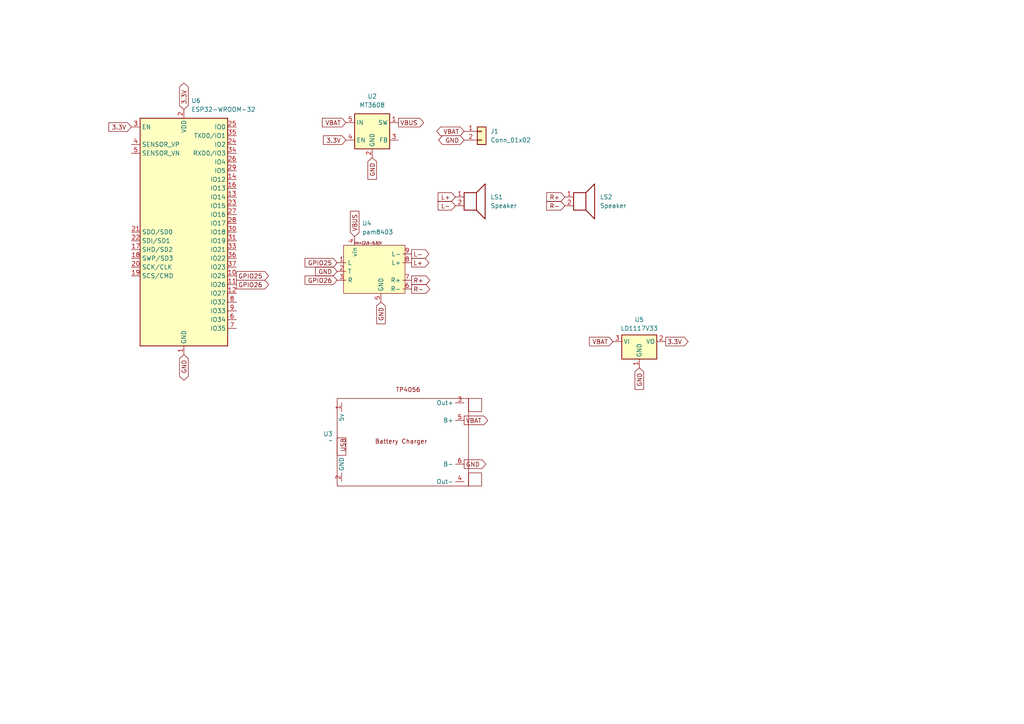
<source format=kicad_sch>
(kicad_sch
	(version 20250114)
	(generator "eeschema")
	(generator_version "9.0")
	(uuid "3f34c9ad-9a76-453a-90ad-a1362cb58c2b")
	(paper "A4")
	(lib_symbols
		(symbol "Connector_Generic:Conn_01x02"
			(pin_names
				(offset 1.016)
				(hide yes)
			)
			(exclude_from_sim no)
			(in_bom yes)
			(on_board yes)
			(property "Reference" "J"
				(at 0 2.54 0)
				(effects
					(font
						(size 1.27 1.27)
					)
				)
			)
			(property "Value" "Conn_01x02"
				(at 0 -5.08 0)
				(effects
					(font
						(size 1.27 1.27)
					)
				)
			)
			(property "Footprint" ""
				(at 0 0 0)
				(effects
					(font
						(size 1.27 1.27)
					)
					(hide yes)
				)
			)
			(property "Datasheet" "~"
				(at 0 0 0)
				(effects
					(font
						(size 1.27 1.27)
					)
					(hide yes)
				)
			)
			(property "Description" "Generic connector, single row, 01x02, script generated (kicad-library-utils/schlib/autogen/connector/)"
				(at 0 0 0)
				(effects
					(font
						(size 1.27 1.27)
					)
					(hide yes)
				)
			)
			(property "ki_keywords" "connector"
				(at 0 0 0)
				(effects
					(font
						(size 1.27 1.27)
					)
					(hide yes)
				)
			)
			(property "ki_fp_filters" "Connector*:*_1x??_*"
				(at 0 0 0)
				(effects
					(font
						(size 1.27 1.27)
					)
					(hide yes)
				)
			)
			(symbol "Conn_01x02_1_1"
				(rectangle
					(start -1.27 1.27)
					(end 1.27 -3.81)
					(stroke
						(width 0.254)
						(type default)
					)
					(fill
						(type background)
					)
				)
				(rectangle
					(start -1.27 0.127)
					(end 0 -0.127)
					(stroke
						(width 0.1524)
						(type default)
					)
					(fill
						(type none)
					)
				)
				(rectangle
					(start -1.27 -2.413)
					(end 0 -2.667)
					(stroke
						(width 0.1524)
						(type default)
					)
					(fill
						(type none)
					)
				)
				(pin passive line
					(at -5.08 0 0)
					(length 3.81)
					(name "Pin_1"
						(effects
							(font
								(size 1.27 1.27)
							)
						)
					)
					(number "1"
						(effects
							(font
								(size 1.27 1.27)
							)
						)
					)
				)
				(pin passive line
					(at -5.08 -2.54 0)
					(length 3.81)
					(name "Pin_2"
						(effects
							(font
								(size 1.27 1.27)
							)
						)
					)
					(number "2"
						(effects
							(font
								(size 1.27 1.27)
							)
						)
					)
				)
			)
			(embedded_fonts no)
		)
		(symbol "Device:Speaker"
			(pin_names
				(offset 0)
				(hide yes)
			)
			(exclude_from_sim no)
			(in_bom yes)
			(on_board yes)
			(property "Reference" "LS"
				(at 1.27 5.715 0)
				(effects
					(font
						(size 1.27 1.27)
					)
					(justify right)
				)
			)
			(property "Value" "Speaker"
				(at 1.27 3.81 0)
				(effects
					(font
						(size 1.27 1.27)
					)
					(justify right)
				)
			)
			(property "Footprint" ""
				(at 0 -5.08 0)
				(effects
					(font
						(size 1.27 1.27)
					)
					(hide yes)
				)
			)
			(property "Datasheet" "~"
				(at -0.254 -1.27 0)
				(effects
					(font
						(size 1.27 1.27)
					)
					(hide yes)
				)
			)
			(property "Description" "Speaker"
				(at 0 0 0)
				(effects
					(font
						(size 1.27 1.27)
					)
					(hide yes)
				)
			)
			(property "ki_keywords" "speaker sound"
				(at 0 0 0)
				(effects
					(font
						(size 1.27 1.27)
					)
					(hide yes)
				)
			)
			(symbol "Speaker_0_0"
				(rectangle
					(start -2.54 1.27)
					(end 1.016 -3.81)
					(stroke
						(width 0.254)
						(type default)
					)
					(fill
						(type none)
					)
				)
				(polyline
					(pts
						(xy 1.016 1.27) (xy 3.556 3.81) (xy 3.556 -6.35) (xy 1.016 -3.81)
					)
					(stroke
						(width 0.254)
						(type default)
					)
					(fill
						(type none)
					)
				)
			)
			(symbol "Speaker_1_1"
				(pin input line
					(at -5.08 0 0)
					(length 2.54)
					(name "1"
						(effects
							(font
								(size 1.27 1.27)
							)
						)
					)
					(number "1"
						(effects
							(font
								(size 1.27 1.27)
							)
						)
					)
				)
				(pin input line
					(at -5.08 -2.54 0)
					(length 2.54)
					(name "2"
						(effects
							(font
								(size 1.27 1.27)
							)
						)
					)
					(number "2"
						(effects
							(font
								(size 1.27 1.27)
							)
						)
					)
				)
			)
			(embedded_fonts no)
		)
		(symbol "RF_Module:ESP32-WROOM-32"
			(exclude_from_sim no)
			(in_bom yes)
			(on_board yes)
			(property "Reference" "U"
				(at -12.7 34.29 0)
				(effects
					(font
						(size 1.27 1.27)
					)
					(justify left)
				)
			)
			(property "Value" "ESP32-WROOM-32"
				(at 1.27 34.29 0)
				(effects
					(font
						(size 1.27 1.27)
					)
					(justify left)
				)
			)
			(property "Footprint" "RF_Module:ESP32-WROOM-32"
				(at 0 -38.1 0)
				(effects
					(font
						(size 1.27 1.27)
					)
					(hide yes)
				)
			)
			(property "Datasheet" "https://www.espressif.com/sites/default/files/documentation/esp32-wroom-32_datasheet_en.pdf"
				(at -7.62 1.27 0)
				(effects
					(font
						(size 1.27 1.27)
					)
					(hide yes)
				)
			)
			(property "Description" "RF Module, ESP32-D0WDQ6 SoC, Wi-Fi 802.11b/g/n, Bluetooth, BLE, 32-bit, 2.7-3.6V, onboard antenna, SMD"
				(at 0 0 0)
				(effects
					(font
						(size 1.27 1.27)
					)
					(hide yes)
				)
			)
			(property "ki_keywords" "RF Radio BT ESP ESP32 Espressif onboard PCB antenna"
				(at 0 0 0)
				(effects
					(font
						(size 1.27 1.27)
					)
					(hide yes)
				)
			)
			(property "ki_fp_filters" "ESP32?WROOM?32*"
				(at 0 0 0)
				(effects
					(font
						(size 1.27 1.27)
					)
					(hide yes)
				)
			)
			(symbol "ESP32-WROOM-32_0_1"
				(rectangle
					(start -12.7 33.02)
					(end 12.7 -33.02)
					(stroke
						(width 0.254)
						(type default)
					)
					(fill
						(type background)
					)
				)
			)
			(symbol "ESP32-WROOM-32_1_1"
				(pin input line
					(at -15.24 30.48 0)
					(length 2.54)
					(name "EN"
						(effects
							(font
								(size 1.27 1.27)
							)
						)
					)
					(number "3"
						(effects
							(font
								(size 1.27 1.27)
							)
						)
					)
				)
				(pin input line
					(at -15.24 25.4 0)
					(length 2.54)
					(name "SENSOR_VP"
						(effects
							(font
								(size 1.27 1.27)
							)
						)
					)
					(number "4"
						(effects
							(font
								(size 1.27 1.27)
							)
						)
					)
				)
				(pin input line
					(at -15.24 22.86 0)
					(length 2.54)
					(name "SENSOR_VN"
						(effects
							(font
								(size 1.27 1.27)
							)
						)
					)
					(number "5"
						(effects
							(font
								(size 1.27 1.27)
							)
						)
					)
				)
				(pin bidirectional line
					(at -15.24 0 0)
					(length 2.54)
					(name "SDO/SD0"
						(effects
							(font
								(size 1.27 1.27)
							)
						)
					)
					(number "21"
						(effects
							(font
								(size 1.27 1.27)
							)
						)
					)
				)
				(pin bidirectional line
					(at -15.24 -2.54 0)
					(length 2.54)
					(name "SDI/SD1"
						(effects
							(font
								(size 1.27 1.27)
							)
						)
					)
					(number "22"
						(effects
							(font
								(size 1.27 1.27)
							)
						)
					)
				)
				(pin bidirectional line
					(at -15.24 -5.08 0)
					(length 2.54)
					(name "SHD/SD2"
						(effects
							(font
								(size 1.27 1.27)
							)
						)
					)
					(number "17"
						(effects
							(font
								(size 1.27 1.27)
							)
						)
					)
				)
				(pin bidirectional line
					(at -15.24 -7.62 0)
					(length 2.54)
					(name "SWP/SD3"
						(effects
							(font
								(size 1.27 1.27)
							)
						)
					)
					(number "18"
						(effects
							(font
								(size 1.27 1.27)
							)
						)
					)
				)
				(pin bidirectional line
					(at -15.24 -10.16 0)
					(length 2.54)
					(name "SCK/CLK"
						(effects
							(font
								(size 1.27 1.27)
							)
						)
					)
					(number "20"
						(effects
							(font
								(size 1.27 1.27)
							)
						)
					)
				)
				(pin bidirectional line
					(at -15.24 -12.7 0)
					(length 2.54)
					(name "SCS/CMD"
						(effects
							(font
								(size 1.27 1.27)
							)
						)
					)
					(number "19"
						(effects
							(font
								(size 1.27 1.27)
							)
						)
					)
				)
				(pin no_connect line
					(at -12.7 -27.94 0)
					(length 2.54)
					(hide yes)
					(name "NC"
						(effects
							(font
								(size 1.27 1.27)
							)
						)
					)
					(number "32"
						(effects
							(font
								(size 1.27 1.27)
							)
						)
					)
				)
				(pin power_in line
					(at 0 35.56 270)
					(length 2.54)
					(name "VDD"
						(effects
							(font
								(size 1.27 1.27)
							)
						)
					)
					(number "2"
						(effects
							(font
								(size 1.27 1.27)
							)
						)
					)
				)
				(pin power_in line
					(at 0 -35.56 90)
					(length 2.54)
					(name "GND"
						(effects
							(font
								(size 1.27 1.27)
							)
						)
					)
					(number "1"
						(effects
							(font
								(size 1.27 1.27)
							)
						)
					)
				)
				(pin passive line
					(at 0 -35.56 90)
					(length 2.54)
					(hide yes)
					(name "GND"
						(effects
							(font
								(size 1.27 1.27)
							)
						)
					)
					(number "15"
						(effects
							(font
								(size 1.27 1.27)
							)
						)
					)
				)
				(pin passive line
					(at 0 -35.56 90)
					(length 2.54)
					(hide yes)
					(name "GND"
						(effects
							(font
								(size 1.27 1.27)
							)
						)
					)
					(number "38"
						(effects
							(font
								(size 1.27 1.27)
							)
						)
					)
				)
				(pin passive line
					(at 0 -35.56 90)
					(length 2.54)
					(hide yes)
					(name "GND"
						(effects
							(font
								(size 1.27 1.27)
							)
						)
					)
					(number "39"
						(effects
							(font
								(size 1.27 1.27)
							)
						)
					)
				)
				(pin bidirectional line
					(at 15.24 30.48 180)
					(length 2.54)
					(name "IO0"
						(effects
							(font
								(size 1.27 1.27)
							)
						)
					)
					(number "25"
						(effects
							(font
								(size 1.27 1.27)
							)
						)
					)
				)
				(pin bidirectional line
					(at 15.24 27.94 180)
					(length 2.54)
					(name "TXD0/IO1"
						(effects
							(font
								(size 1.27 1.27)
							)
						)
					)
					(number "35"
						(effects
							(font
								(size 1.27 1.27)
							)
						)
					)
				)
				(pin bidirectional line
					(at 15.24 25.4 180)
					(length 2.54)
					(name "IO2"
						(effects
							(font
								(size 1.27 1.27)
							)
						)
					)
					(number "24"
						(effects
							(font
								(size 1.27 1.27)
							)
						)
					)
				)
				(pin bidirectional line
					(at 15.24 22.86 180)
					(length 2.54)
					(name "RXD0/IO3"
						(effects
							(font
								(size 1.27 1.27)
							)
						)
					)
					(number "34"
						(effects
							(font
								(size 1.27 1.27)
							)
						)
					)
				)
				(pin bidirectional line
					(at 15.24 20.32 180)
					(length 2.54)
					(name "IO4"
						(effects
							(font
								(size 1.27 1.27)
							)
						)
					)
					(number "26"
						(effects
							(font
								(size 1.27 1.27)
							)
						)
					)
				)
				(pin bidirectional line
					(at 15.24 17.78 180)
					(length 2.54)
					(name "IO5"
						(effects
							(font
								(size 1.27 1.27)
							)
						)
					)
					(number "29"
						(effects
							(font
								(size 1.27 1.27)
							)
						)
					)
				)
				(pin bidirectional line
					(at 15.24 15.24 180)
					(length 2.54)
					(name "IO12"
						(effects
							(font
								(size 1.27 1.27)
							)
						)
					)
					(number "14"
						(effects
							(font
								(size 1.27 1.27)
							)
						)
					)
				)
				(pin bidirectional line
					(at 15.24 12.7 180)
					(length 2.54)
					(name "IO13"
						(effects
							(font
								(size 1.27 1.27)
							)
						)
					)
					(number "16"
						(effects
							(font
								(size 1.27 1.27)
							)
						)
					)
				)
				(pin bidirectional line
					(at 15.24 10.16 180)
					(length 2.54)
					(name "IO14"
						(effects
							(font
								(size 1.27 1.27)
							)
						)
					)
					(number "13"
						(effects
							(font
								(size 1.27 1.27)
							)
						)
					)
				)
				(pin bidirectional line
					(at 15.24 7.62 180)
					(length 2.54)
					(name "IO15"
						(effects
							(font
								(size 1.27 1.27)
							)
						)
					)
					(number "23"
						(effects
							(font
								(size 1.27 1.27)
							)
						)
					)
				)
				(pin bidirectional line
					(at 15.24 5.08 180)
					(length 2.54)
					(name "IO16"
						(effects
							(font
								(size 1.27 1.27)
							)
						)
					)
					(number "27"
						(effects
							(font
								(size 1.27 1.27)
							)
						)
					)
				)
				(pin bidirectional line
					(at 15.24 2.54 180)
					(length 2.54)
					(name "IO17"
						(effects
							(font
								(size 1.27 1.27)
							)
						)
					)
					(number "28"
						(effects
							(font
								(size 1.27 1.27)
							)
						)
					)
				)
				(pin bidirectional line
					(at 15.24 0 180)
					(length 2.54)
					(name "IO18"
						(effects
							(font
								(size 1.27 1.27)
							)
						)
					)
					(number "30"
						(effects
							(font
								(size 1.27 1.27)
							)
						)
					)
				)
				(pin bidirectional line
					(at 15.24 -2.54 180)
					(length 2.54)
					(name "IO19"
						(effects
							(font
								(size 1.27 1.27)
							)
						)
					)
					(number "31"
						(effects
							(font
								(size 1.27 1.27)
							)
						)
					)
				)
				(pin bidirectional line
					(at 15.24 -5.08 180)
					(length 2.54)
					(name "IO21"
						(effects
							(font
								(size 1.27 1.27)
							)
						)
					)
					(number "33"
						(effects
							(font
								(size 1.27 1.27)
							)
						)
					)
				)
				(pin bidirectional line
					(at 15.24 -7.62 180)
					(length 2.54)
					(name "IO22"
						(effects
							(font
								(size 1.27 1.27)
							)
						)
					)
					(number "36"
						(effects
							(font
								(size 1.27 1.27)
							)
						)
					)
				)
				(pin bidirectional line
					(at 15.24 -10.16 180)
					(length 2.54)
					(name "IO23"
						(effects
							(font
								(size 1.27 1.27)
							)
						)
					)
					(number "37"
						(effects
							(font
								(size 1.27 1.27)
							)
						)
					)
				)
				(pin bidirectional line
					(at 15.24 -12.7 180)
					(length 2.54)
					(name "IO25"
						(effects
							(font
								(size 1.27 1.27)
							)
						)
					)
					(number "10"
						(effects
							(font
								(size 1.27 1.27)
							)
						)
					)
				)
				(pin bidirectional line
					(at 15.24 -15.24 180)
					(length 2.54)
					(name "IO26"
						(effects
							(font
								(size 1.27 1.27)
							)
						)
					)
					(number "11"
						(effects
							(font
								(size 1.27 1.27)
							)
						)
					)
				)
				(pin bidirectional line
					(at 15.24 -17.78 180)
					(length 2.54)
					(name "IO27"
						(effects
							(font
								(size 1.27 1.27)
							)
						)
					)
					(number "12"
						(effects
							(font
								(size 1.27 1.27)
							)
						)
					)
				)
				(pin bidirectional line
					(at 15.24 -20.32 180)
					(length 2.54)
					(name "IO32"
						(effects
							(font
								(size 1.27 1.27)
							)
						)
					)
					(number "8"
						(effects
							(font
								(size 1.27 1.27)
							)
						)
					)
				)
				(pin bidirectional line
					(at 15.24 -22.86 180)
					(length 2.54)
					(name "IO33"
						(effects
							(font
								(size 1.27 1.27)
							)
						)
					)
					(number "9"
						(effects
							(font
								(size 1.27 1.27)
							)
						)
					)
				)
				(pin input line
					(at 15.24 -25.4 180)
					(length 2.54)
					(name "IO34"
						(effects
							(font
								(size 1.27 1.27)
							)
						)
					)
					(number "6"
						(effects
							(font
								(size 1.27 1.27)
							)
						)
					)
				)
				(pin input line
					(at 15.24 -27.94 180)
					(length 2.54)
					(name "IO35"
						(effects
							(font
								(size 1.27 1.27)
							)
						)
					)
					(number "7"
						(effects
							(font
								(size 1.27 1.27)
							)
						)
					)
				)
			)
			(embedded_fonts no)
		)
		(symbol "Regulator_Linear:LD1117V33"
			(exclude_from_sim no)
			(in_bom yes)
			(on_board yes)
			(property "Reference" "U"
				(at -3.81 3.175 0)
				(effects
					(font
						(size 1.27 1.27)
					)
				)
			)
			(property "Value" "LD1117V33"
				(at 0 3.175 0)
				(effects
					(font
						(size 1.27 1.27)
					)
					(justify left)
				)
			)
			(property "Footprint" "Package_TO_SOT_THT:TO-220-3_Vertical"
				(at 0 5.08 0)
				(effects
					(font
						(size 1.27 1.27)
					)
					(hide yes)
				)
			)
			(property "Datasheet" "https://www.st.com/resource/en/datasheet/ld1117.pdf"
				(at 2.54 -6.35 0)
				(effects
					(font
						(size 1.27 1.27)
					)
					(hide yes)
				)
			)
			(property "Description" "800 mA Fixed Low Drop Positive Voltage Regulator (ldo). Max input 15V. Fixed Output 3.3V. TO-220-3"
				(at 0 0 0)
				(effects
					(font
						(size 1.27 1.27)
					)
					(hide yes)
				)
			)
			(property "ki_keywords" "low-dropout-regulator ldo"
				(at 0 0 0)
				(effects
					(font
						(size 1.27 1.27)
					)
					(hide yes)
				)
			)
			(property "ki_fp_filters" "*TO?220*"
				(at 0 0 0)
				(effects
					(font
						(size 1.27 1.27)
					)
					(hide yes)
				)
			)
			(symbol "LD1117V33_0_1"
				(rectangle
					(start -5.08 -5.08)
					(end 5.08 1.905)
					(stroke
						(width 0.254)
						(type default)
					)
					(fill
						(type background)
					)
				)
			)
			(symbol "LD1117V33_1_1"
				(pin power_in line
					(at -7.62 0 0)
					(length 2.54)
					(name "VI"
						(effects
							(font
								(size 1.27 1.27)
							)
						)
					)
					(number "3"
						(effects
							(font
								(size 1.27 1.27)
							)
						)
					)
				)
				(pin power_in line
					(at 0 -7.62 90)
					(length 2.54)
					(name "GND"
						(effects
							(font
								(size 1.27 1.27)
							)
						)
					)
					(number "1"
						(effects
							(font
								(size 1.27 1.27)
							)
						)
					)
				)
				(pin power_out line
					(at 7.62 0 180)
					(length 2.54)
					(name "VO"
						(effects
							(font
								(size 1.27 1.27)
							)
						)
					)
					(number "2"
						(effects
							(font
								(size 1.27 1.27)
							)
						)
					)
				)
			)
			(embedded_fonts no)
		)
		(symbol "Regulator_Switching:MT3608"
			(exclude_from_sim no)
			(in_bom yes)
			(on_board yes)
			(property "Reference" "U"
				(at -2.54 8.89 0)
				(effects
					(font
						(size 1.27 1.27)
					)
					(justify left)
				)
			)
			(property "Value" "MT3608"
				(at -3.81 6.35 0)
				(effects
					(font
						(size 1.27 1.27)
					)
					(justify left)
				)
			)
			(property "Footprint" "Package_TO_SOT_SMD:SOT-23-6"
				(at 1.27 -6.35 0)
				(effects
					(font
						(size 1.27 1.27)
						(italic yes)
					)
					(justify left)
					(hide yes)
				)
			)
			(property "Datasheet" "https://www.olimex.com/Products/Breadboarding/BB-PWR-3608/resources/MT3608.pdf"
				(at -6.35 11.43 0)
				(effects
					(font
						(size 1.27 1.27)
					)
					(hide yes)
				)
			)
			(property "Description" "High Efficiency 1.2MHz 2A Step Up Converter, 2-24V Vin, 28V Vout, 4A current limit, 1.2MHz, SOT23-6"
				(at 0 0 0)
				(effects
					(font
						(size 1.27 1.27)
					)
					(hide yes)
				)
			)
			(property "ki_keywords" "Step-Up Boost DC-DC Regulator Adjustable"
				(at 0 0 0)
				(effects
					(font
						(size 1.27 1.27)
					)
					(hide yes)
				)
			)
			(property "ki_fp_filters" "SOT*23*"
				(at 0 0 0)
				(effects
					(font
						(size 1.27 1.27)
					)
					(hide yes)
				)
			)
			(symbol "MT3608_0_1"
				(rectangle
					(start -5.08 5.08)
					(end 5.08 -5.08)
					(stroke
						(width 0.254)
						(type default)
					)
					(fill
						(type background)
					)
				)
			)
			(symbol "MT3608_1_1"
				(pin power_in line
					(at -7.62 2.54 0)
					(length 2.54)
					(name "IN"
						(effects
							(font
								(size 1.27 1.27)
							)
						)
					)
					(number "5"
						(effects
							(font
								(size 1.27 1.27)
							)
						)
					)
				)
				(pin input line
					(at -7.62 -2.54 0)
					(length 2.54)
					(name "EN"
						(effects
							(font
								(size 1.27 1.27)
							)
						)
					)
					(number "4"
						(effects
							(font
								(size 1.27 1.27)
							)
						)
					)
				)
				(pin power_in line
					(at 0 -7.62 90)
					(length 2.54)
					(name "GND"
						(effects
							(font
								(size 1.27 1.27)
							)
						)
					)
					(number "2"
						(effects
							(font
								(size 1.27 1.27)
							)
						)
					)
				)
				(pin no_connect line
					(at 5.08 0 180)
					(length 2.54)
					(hide yes)
					(name "NC"
						(effects
							(font
								(size 1.27 1.27)
							)
						)
					)
					(number "6"
						(effects
							(font
								(size 1.27 1.27)
							)
						)
					)
				)
				(pin passive line
					(at 7.62 2.54 180)
					(length 2.54)
					(name "SW"
						(effects
							(font
								(size 1.27 1.27)
							)
						)
					)
					(number "1"
						(effects
							(font
								(size 1.27 1.27)
							)
						)
					)
				)
				(pin input line
					(at 7.62 -2.54 180)
					(length 2.54)
					(name "FB"
						(effects
							(font
								(size 1.27 1.27)
							)
						)
					)
					(number "3"
						(effects
							(font
								(size 1.27 1.27)
							)
						)
					)
				)
			)
			(embedded_fonts no)
		)
		(symbol "TP4056:TP4056"
			(exclude_from_sim no)
			(in_bom yes)
			(on_board yes)
			(property "Reference" "U"
				(at 0 0 0)
				(effects
					(font
						(size 1.27 1.27)
					)
				)
			)
			(property "Value" ""
				(at 0 0 0)
				(effects
					(font
						(size 1.27 1.27)
					)
				)
			)
			(property "Footprint" ""
				(at 0 0 0)
				(effects
					(font
						(size 1.27 1.27)
					)
					(hide yes)
				)
			)
			(property "Datasheet" ""
				(at 0 0 0)
				(effects
					(font
						(size 1.27 1.27)
					)
					(hide yes)
				)
			)
			(property "Description" ""
				(at 0 0 0)
				(effects
					(font
						(size 1.27 1.27)
					)
					(hide yes)
				)
			)
			(symbol "TP4056_0_1"
				(rectangle
					(start -16.51 -8.89)
					(end 21.59 -34.29)
					(stroke
						(width 0)
						(type default)
					)
					(fill
						(type none)
					)
				)
				(rectangle
					(start 21.59 -8.89)
					(end 25.4 -12.7)
					(stroke
						(width 0)
						(type default)
					)
					(fill
						(type none)
					)
				)
				(rectangle
					(start 21.59 -30.48)
					(end 25.4 -34.29)
					(stroke
						(width 0)
						(type default)
					)
					(fill
						(type none)
					)
				)
			)
			(symbol "TP4056_1_1"
				(text "Battery Charger"
					(at 2.032 -21.336 0)
					(effects
						(font
							(size 1.27 1.27)
						)
					)
				)
				(text "TP4056"
					(at 4.064 -6.35 0)
					(effects
						(font
							(size 1.27 1.27)
						)
					)
				)
				(text_box "USB"
					(at -16.51 -20.32 90)
					(size 2.54 -5.08)
					(margins 1.016 1.016 1.016 1.016)
					(stroke
						(width 0)
						(type solid)
					)
					(fill
						(type none)
					)
					(effects
						(font
							(size 1.27 1.27)
						)
						(justify left top)
					)
				)
				(pin power_in line
					(at -15.24 -10.16 270)
					(length 2.54)
					(name "5v"
						(effects
							(font
								(size 1.27 1.27)
							)
						)
					)
					(number "1"
						(effects
							(font
								(size 1.27 1.27)
							)
						)
					)
				)
				(pin power_in line
					(at -15.24 -33.02 90)
					(length 2.54)
					(name "GND"
						(effects
							(font
								(size 1.27 1.27)
							)
						)
					)
					(number "2"
						(effects
							(font
								(size 1.27 1.27)
							)
						)
					)
				)
				(pin output line
					(at 20.32 -10.16 180)
					(length 2.54)
					(name "Out+"
						(effects
							(font
								(size 1.27 1.27)
							)
						)
					)
					(number "3"
						(effects
							(font
								(size 1.27 1.27)
							)
						)
					)
				)
				(pin output line
					(at 20.32 -15.24 180)
					(length 2.54)
					(name "B+"
						(effects
							(font
								(size 1.27 1.27)
							)
						)
					)
					(number "5"
						(effects
							(font
								(size 1.27 1.27)
							)
						)
					)
				)
				(pin output line
					(at 20.32 -27.94 180)
					(length 2.54)
					(name "B-"
						(effects
							(font
								(size 1.27 1.27)
							)
						)
					)
					(number "6"
						(effects
							(font
								(size 1.27 1.27)
							)
						)
					)
				)
				(pin output line
					(at 20.32 -33.02 180)
					(length 2.54)
					(name "Out-"
						(effects
							(font
								(size 1.27 1.27)
							)
						)
					)
					(number "4"
						(effects
							(font
								(size 1.27 1.27)
							)
						)
					)
				)
			)
			(embedded_fonts no)
		)
		(symbol "pam8403_1"
			(exclude_from_sim no)
			(in_bom yes)
			(on_board yes)
			(property "Reference" "U?"
				(at -3.6956 13.97 0)
				(effects
					(font
						(size 1.27 1.27)
					)
					(justify left)
				)
			)
			(property "Value" "pam8403"
				(at -3.6956 11.43 0)
				(effects
					(font
						(size 1.27 1.27)
					)
					(justify left)
				)
			)
			(property "Footprint" ""
				(at -0.635 -1.905 0)
				(effects
					(font
						(size 1.27 1.27)
					)
					(hide yes)
				)
			)
			(property "Datasheet" ""
				(at -0.635 -1.905 0)
				(effects
					(font
						(size 1.27 1.27)
					)
					(hide yes)
				)
			)
			(property "Description" ""
				(at 0 0 0)
				(effects
					(font
						(size 1.27 1.27)
					)
					(hide yes)
				)
			)
			(symbol "pam8403_1_0_0"
				(rectangle
					(start -8.255 7.62)
					(end 9.525 -6.35)
					(stroke
						(width 0)
						(type default)
					)
					(fill
						(type background)
					)
				)
				(text "vin=[2.5-5.5]V"
					(at -1.27 8.255 0)
					(effects
						(font
							(size 0.7 0.7)
						)
					)
				)
			)
			(symbol "pam8403_1_1_1"
				(pin input line
					(at -10.16 2.54 0)
					(length 2.54)
					(name "L"
						(effects
							(font
								(size 1.27 1.27)
							)
						)
					)
					(number "1"
						(effects
							(font
								(size 1.27 1.27)
							)
						)
					)
				)
				(pin input line
					(at -10.16 0 0)
					(length 2.54)
					(name "T"
						(effects
							(font
								(size 1.27 1.27)
							)
						)
					)
					(number "2"
						(effects
							(font
								(size 1.27 1.27)
							)
						)
					)
				)
				(pin input line
					(at -10.16 -2.54 0)
					(length 2.54)
					(name "R"
						(effects
							(font
								(size 1.27 1.27)
							)
						)
					)
					(number "3"
						(effects
							(font
								(size 1.27 1.27)
							)
						)
					)
				)
				(pin power_in line
					(at -5.08 10.16 270)
					(length 2.54)
					(name "vin"
						(effects
							(font
								(size 1.27 1.27)
							)
						)
					)
					(number "4"
						(effects
							(font
								(size 1.27 1.27)
							)
						)
					)
				)
				(pin power_in line
					(at 2.54 -8.89 90)
					(length 2.54)
					(name "GND"
						(effects
							(font
								(size 1.27 1.27)
							)
						)
					)
					(number "5"
						(effects
							(font
								(size 1.27 1.27)
							)
						)
					)
				)
				(pin output line
					(at 11.43 5.08 180)
					(length 2.54)
					(name "L-"
						(effects
							(font
								(size 1.27 1.27)
							)
						)
					)
					(number "9"
						(effects
							(font
								(size 1.27 1.27)
							)
						)
					)
				)
				(pin output line
					(at 11.43 2.54 180)
					(length 2.54)
					(name "L+"
						(effects
							(font
								(size 1.27 1.27)
							)
						)
					)
					(number "8"
						(effects
							(font
								(size 1.27 1.27)
							)
						)
					)
				)
				(pin output line
					(at 11.43 -2.54 180)
					(length 2.54)
					(name "R+"
						(effects
							(font
								(size 1.27 1.27)
							)
						)
					)
					(number "7"
						(effects
							(font
								(size 1.27 1.27)
							)
						)
					)
				)
				(pin output line
					(at 11.43 -5.08 180)
					(length 2.54)
					(name "R-"
						(effects
							(font
								(size 1.27 1.27)
							)
						)
					)
					(number "6"
						(effects
							(font
								(size 1.27 1.27)
							)
						)
					)
				)
			)
			(embedded_fonts no)
		)
	)
	(global_label "GPIO26"
		(shape input)
		(at 97.79 81.28 180)
		(fields_autoplaced yes)
		(effects
			(font
				(size 1.27 1.27)
			)
			(justify right)
		)
		(uuid "004a4bb7-ddf0-49bf-a51c-a08b56bc4d1c")
		(property "Intersheetrefs" "${INTERSHEET_REFS}"
			(at 87.9105 81.28 0)
			(effects
				(font
					(size 1.27 1.27)
				)
				(justify right)
				(hide yes)
			)
		)
	)
	(global_label "VBAT"
		(shape input)
		(at 177.8 99.06 180)
		(fields_autoplaced yes)
		(effects
			(font
				(size 1.27 1.27)
			)
			(justify right)
		)
		(uuid "08b2854c-7a04-4696-8b56-0048f6f77273")
		(property "Intersheetrefs" "${INTERSHEET_REFS}"
			(at 170.4 99.06 0)
			(effects
				(font
					(size 1.27 1.27)
				)
				(justify right)
				(hide yes)
			)
		)
	)
	(global_label "R-"
		(shape output)
		(at 119.38 83.82 0)
		(fields_autoplaced yes)
		(effects
			(font
				(size 1.27 1.27)
			)
			(justify left)
		)
		(uuid "0902d98b-f421-474b-a52e-7cb90b713386")
		(property "Intersheetrefs" "${INTERSHEET_REFS}"
			(at 125.2076 83.82 0)
			(effects
				(font
					(size 1.27 1.27)
				)
				(justify left)
				(hide yes)
			)
		)
	)
	(global_label "R-"
		(shape input)
		(at 163.83 59.69 180)
		(fields_autoplaced yes)
		(effects
			(font
				(size 1.27 1.27)
			)
			(justify right)
		)
		(uuid "0aa0a58b-1739-45fe-83b1-5e599a079540")
		(property "Intersheetrefs" "${INTERSHEET_REFS}"
			(at 158.0024 59.69 0)
			(effects
				(font
					(size 1.27 1.27)
				)
				(justify right)
				(hide yes)
			)
		)
	)
	(global_label "GPIO25"
		(shape input)
		(at 97.79 76.2 180)
		(fields_autoplaced yes)
		(effects
			(font
				(size 1.27 1.27)
			)
			(justify right)
		)
		(uuid "0c592ab1-9a42-4846-b3e0-4e6bb7d43b7d")
		(property "Intersheetrefs" "${INTERSHEET_REFS}"
			(at 87.9105 76.2 0)
			(effects
				(font
					(size 1.27 1.27)
				)
				(justify right)
				(hide yes)
			)
		)
	)
	(global_label "GPIO25"
		(shape output)
		(at 68.58 80.01 0)
		(fields_autoplaced yes)
		(effects
			(font
				(size 1.27 1.27)
			)
			(justify left)
		)
		(uuid "1107ed22-d149-43db-a51f-0cd609f9d3e8")
		(property "Intersheetrefs" "${INTERSHEET_REFS}"
			(at 78.4595 80.01 0)
			(effects
				(font
					(size 1.27 1.27)
				)
				(justify left)
				(hide yes)
			)
		)
	)
	(global_label "L+"
		(shape output)
		(at 119.38 76.2 0)
		(fields_autoplaced yes)
		(effects
			(font
				(size 1.27 1.27)
			)
			(justify left)
		)
		(uuid "14a86874-675e-4a88-bd67-f78d74cfe04d")
		(property "Intersheetrefs" "${INTERSHEET_REFS}"
			(at 124.9657 76.2 0)
			(effects
				(font
					(size 1.27 1.27)
				)
				(justify left)
				(hide yes)
			)
		)
	)
	(global_label "GND"
		(shape input)
		(at 97.79 78.74 180)
		(fields_autoplaced yes)
		(effects
			(font
				(size 1.27 1.27)
			)
			(justify right)
		)
		(uuid "2665f6af-a74f-40eb-b1d8-701cb825a0d5")
		(property "Intersheetrefs" "${INTERSHEET_REFS}"
			(at 90.9343 78.74 0)
			(effects
				(font
					(size 1.27 1.27)
				)
				(justify right)
				(hide yes)
			)
		)
	)
	(global_label "VBUS"
		(shape output)
		(at 115.57 35.56 0)
		(fields_autoplaced yes)
		(effects
			(font
				(size 1.27 1.27)
			)
			(justify left)
		)
		(uuid "3b861977-d155-4074-879e-0ac6b5d9d5d2")
		(property "Intersheetrefs" "${INTERSHEET_REFS}"
			(at 123.4538 35.56 0)
			(effects
				(font
					(size 1.27 1.27)
				)
				(justify left)
				(hide yes)
			)
		)
	)
	(global_label "3.3V"
		(shape input)
		(at 100.33 40.64 180)
		(fields_autoplaced yes)
		(effects
			(font
				(size 1.27 1.27)
			)
			(justify right)
		)
		(uuid "47c8b362-39a8-485f-93fc-1b73c1528088")
		(property "Intersheetrefs" "${INTERSHEET_REFS}"
			(at 93.2324 40.64 0)
			(effects
				(font
					(size 1.27 1.27)
				)
				(justify right)
				(hide yes)
			)
		)
	)
	(global_label "VBAT"
		(shape input)
		(at 100.33 35.56 180)
		(fields_autoplaced yes)
		(effects
			(font
				(size 1.27 1.27)
			)
			(justify right)
		)
		(uuid "4ee2cedf-76d2-47cf-87f9-3f3edf838086")
		(property "Intersheetrefs" "${INTERSHEET_REFS}"
			(at 92.93 35.56 0)
			(effects
				(font
					(size 1.27 1.27)
				)
				(justify right)
				(hide yes)
			)
		)
	)
	(global_label "3.3V"
		(shape output)
		(at 193.04 99.06 0)
		(fields_autoplaced yes)
		(effects
			(font
				(size 1.27 1.27)
			)
			(justify left)
		)
		(uuid "5543bb28-fa06-4ad6-b970-4c4df362ca58")
		(property "Intersheetrefs" "${INTERSHEET_REFS}"
			(at 200.1376 99.06 0)
			(effects
				(font
					(size 1.27 1.27)
				)
				(justify left)
				(hide yes)
			)
		)
	)
	(global_label "GND"
		(shape bidirectional)
		(at 53.34 102.87 270)
		(fields_autoplaced yes)
		(effects
			(font
				(size 1.27 1.27)
			)
			(justify right)
		)
		(uuid "590e4017-c191-492f-8ee8-1f5463685d22")
		(property "Intersheetrefs" "${INTERSHEET_REFS}"
			(at 53.34 110.837 90)
			(effects
				(font
					(size 1.27 1.27)
				)
				(justify right)
				(hide yes)
			)
		)
	)
	(global_label "GND"
		(shape input)
		(at 185.42 106.68 270)
		(fields_autoplaced yes)
		(effects
			(font
				(size 1.27 1.27)
			)
			(justify right)
		)
		(uuid "5fd4a3b9-b69d-4848-8af3-2591e9b69f81")
		(property "Intersheetrefs" "${INTERSHEET_REFS}"
			(at 185.42 113.5357 90)
			(effects
				(font
					(size 1.27 1.27)
				)
				(justify right)
				(hide yes)
			)
		)
	)
	(global_label "VBAT"
		(shape output)
		(at 134.62 121.92 0)
		(fields_autoplaced yes)
		(effects
			(font
				(size 1.27 1.27)
			)
			(justify left)
		)
		(uuid "6899fba0-06fd-4a5c-b2be-944dea928e4e")
		(property "Intersheetrefs" "${INTERSHEET_REFS}"
			(at 142.02 121.92 0)
			(effects
				(font
					(size 1.27 1.27)
				)
				(justify left)
				(hide yes)
			)
		)
	)
	(global_label "L+"
		(shape input)
		(at 132.08 57.15 180)
		(fields_autoplaced yes)
		(effects
			(font
				(size 1.27 1.27)
			)
			(justify right)
		)
		(uuid "6f9ebfc3-e9de-46fd-a66e-2678f462f1a6")
		(property "Intersheetrefs" "${INTERSHEET_REFS}"
			(at 126.4943 57.15 0)
			(effects
				(font
					(size 1.27 1.27)
				)
				(justify right)
				(hide yes)
			)
		)
	)
	(global_label "L-"
		(shape output)
		(at 119.38 73.66 0)
		(fields_autoplaced yes)
		(effects
			(font
				(size 1.27 1.27)
			)
			(justify left)
		)
		(uuid "769b899c-2849-4183-85c0-8792b8737c0a")
		(property "Intersheetrefs" "${INTERSHEET_REFS}"
			(at 124.9657 73.66 0)
			(effects
				(font
					(size 1.27 1.27)
				)
				(justify left)
				(hide yes)
			)
		)
	)
	(global_label "VBUS"
		(shape input)
		(at 102.87 68.58 90)
		(fields_autoplaced yes)
		(effects
			(font
				(size 1.27 1.27)
			)
			(justify left)
		)
		(uuid "7b203cbf-f294-45e6-9042-947a779b5c94")
		(property "Intersheetrefs" "${INTERSHEET_REFS}"
			(at 102.87 60.6962 90)
			(effects
				(font
					(size 1.27 1.27)
				)
				(justify left)
				(hide yes)
			)
		)
	)
	(global_label "GND"
		(shape bidirectional)
		(at 134.62 40.64 180)
		(fields_autoplaced yes)
		(effects
			(font
				(size 1.27 1.27)
			)
			(justify right)
		)
		(uuid "8008996d-e95a-42b2-a16f-964a2cbf0d3c")
		(property "Intersheetrefs" "${INTERSHEET_REFS}"
			(at 126.653 40.64 0)
			(effects
				(font
					(size 1.27 1.27)
				)
				(justify right)
				(hide yes)
			)
		)
	)
	(global_label "3.3V"
		(shape input)
		(at 38.1 36.83 180)
		(fields_autoplaced yes)
		(effects
			(font
				(size 1.27 1.27)
			)
			(justify right)
		)
		(uuid "9853e794-2b34-4536-9e19-66fea2f42088")
		(property "Intersheetrefs" "${INTERSHEET_REFS}"
			(at 31.0024 36.83 0)
			(effects
				(font
					(size 1.27 1.27)
				)
				(justify right)
				(hide yes)
			)
		)
	)
	(global_label "L-"
		(shape input)
		(at 132.08 59.69 180)
		(fields_autoplaced yes)
		(effects
			(font
				(size 1.27 1.27)
			)
			(justify right)
		)
		(uuid "998f6df3-72a7-4392-a82d-d1f20170297a")
		(property "Intersheetrefs" "${INTERSHEET_REFS}"
			(at 126.4943 59.69 0)
			(effects
				(font
					(size 1.27 1.27)
				)
				(justify right)
				(hide yes)
			)
		)
	)
	(global_label "R+"
		(shape input)
		(at 163.83 57.15 180)
		(fields_autoplaced yes)
		(effects
			(font
				(size 1.27 1.27)
			)
			(justify right)
		)
		(uuid "ab6d6219-40c1-44c4-bb0b-667d78aceb1e")
		(property "Intersheetrefs" "${INTERSHEET_REFS}"
			(at 158.0024 57.15 0)
			(effects
				(font
					(size 1.27 1.27)
				)
				(justify right)
				(hide yes)
			)
		)
	)
	(global_label "GPIO26"
		(shape output)
		(at 68.58 82.55 0)
		(fields_autoplaced yes)
		(effects
			(font
				(size 1.27 1.27)
			)
			(justify left)
		)
		(uuid "b53135be-b7f0-4636-82ad-19fe19d1e83e")
		(property "Intersheetrefs" "${INTERSHEET_REFS}"
			(at 78.4595 82.55 0)
			(effects
				(font
					(size 1.27 1.27)
				)
				(justify left)
				(hide yes)
			)
		)
	)
	(global_label "3.3V"
		(shape bidirectional)
		(at 53.34 31.75 90)
		(fields_autoplaced yes)
		(effects
			(font
				(size 1.27 1.27)
			)
			(justify left)
		)
		(uuid "ca8e7a0c-72aa-4665-83ce-afa98e9f235f")
		(property "Intersheetrefs" "${INTERSHEET_REFS}"
			(at 53.34 23.5411 90)
			(effects
				(font
					(size 1.27 1.27)
				)
				(justify left)
				(hide yes)
			)
		)
	)
	(global_label "GND"
		(shape input)
		(at 107.95 45.72 270)
		(fields_autoplaced yes)
		(effects
			(font
				(size 1.27 1.27)
			)
			(justify right)
		)
		(uuid "cd16ac95-c9bc-4c78-9782-377e81fd9e25")
		(property "Intersheetrefs" "${INTERSHEET_REFS}"
			(at 107.95 52.5757 90)
			(effects
				(font
					(size 1.27 1.27)
				)
				(justify right)
				(hide yes)
			)
		)
	)
	(global_label "VBAT"
		(shape bidirectional)
		(at 134.62 38.1 180)
		(fields_autoplaced yes)
		(effects
			(font
				(size 1.27 1.27)
			)
			(justify right)
		)
		(uuid "cf6b0246-350f-4b96-94c8-64dd74523d67")
		(property "Intersheetrefs" "${INTERSHEET_REFS}"
			(at 126.1087 38.1 0)
			(effects
				(font
					(size 1.27 1.27)
				)
				(justify right)
				(hide yes)
			)
		)
	)
	(global_label "GND"
		(shape output)
		(at 134.62 134.62 0)
		(fields_autoplaced yes)
		(effects
			(font
				(size 1.27 1.27)
			)
			(justify left)
		)
		(uuid "d930bb14-4f47-4550-b452-942c8e33de59")
		(property "Intersheetrefs" "${INTERSHEET_REFS}"
			(at 141.4757 134.62 0)
			(effects
				(font
					(size 1.27 1.27)
				)
				(justify left)
				(hide yes)
			)
		)
	)
	(global_label "R+"
		(shape output)
		(at 119.38 81.28 0)
		(fields_autoplaced yes)
		(effects
			(font
				(size 1.27 1.27)
			)
			(justify left)
		)
		(uuid "e2ba8605-b249-4ef2-b715-63f4179889e7")
		(property "Intersheetrefs" "${INTERSHEET_REFS}"
			(at 125.2076 81.28 0)
			(effects
				(font
					(size 1.27 1.27)
				)
				(justify left)
				(hide yes)
			)
		)
	)
	(global_label "GND"
		(shape input)
		(at 110.49 87.63 270)
		(fields_autoplaced yes)
		(effects
			(font
				(size 1.27 1.27)
			)
			(justify right)
		)
		(uuid "f98b979c-8314-466a-9edf-bd3d4f4ff1e3")
		(property "Intersheetrefs" "${INTERSHEET_REFS}"
			(at 110.49 94.4857 90)
			(effects
				(font
					(size 1.27 1.27)
				)
				(justify right)
				(hide yes)
			)
		)
	)
	(symbol
		(lib_id "Device:Speaker")
		(at 137.16 57.15 0)
		(unit 1)
		(exclude_from_sim no)
		(in_bom yes)
		(on_board yes)
		(dnp no)
		(fields_autoplaced yes)
		(uuid "4039b011-43af-46ed-81d5-4cc02a933bde")
		(property "Reference" "LS1"
			(at 142.24 57.1499 0)
			(effects
				(font
					(size 1.27 1.27)
				)
				(justify left)
			)
		)
		(property "Value" "Speaker"
			(at 142.24 59.6899 0)
			(effects
				(font
					(size 1.27 1.27)
				)
				(justify left)
			)
		)
		(property "Footprint" "Speaker:SPKR"
			(at 137.16 62.23 0)
			(effects
				(font
					(size 1.27 1.27)
				)
				(hide yes)
			)
		)
		(property "Datasheet" "~"
			(at 136.906 58.42 0)
			(effects
				(font
					(size 1.27 1.27)
				)
				(hide yes)
			)
		)
		(property "Description" "Speaker"
			(at 137.16 57.15 0)
			(effects
				(font
					(size 1.27 1.27)
				)
				(hide yes)
			)
		)
		(pin "2"
			(uuid "c8d3909d-a60a-4537-9b81-e69b7f519d4d")
		)
		(pin "1"
			(uuid "9c130591-6e6c-4392-a8c9-3a9d4f32fe5a")
		)
		(instances
			(project ""
				(path "/3f34c9ad-9a76-453a-90ad-a1362cb58c2b"
					(reference "LS1")
					(unit 1)
				)
			)
		)
	)
	(symbol
		(lib_id "Regulator_Switching:MT3608")
		(at 107.95 38.1 0)
		(unit 1)
		(exclude_from_sim no)
		(in_bom yes)
		(on_board yes)
		(dnp no)
		(fields_autoplaced yes)
		(uuid "41c32e91-2a78-4b1d-9ff2-05d40c294dec")
		(property "Reference" "U2"
			(at 107.95 27.94 0)
			(effects
				(font
					(size 1.27 1.27)
				)
			)
		)
		(property "Value" "MT3608"
			(at 107.95 30.48 0)
			(effects
				(font
					(size 1.27 1.27)
				)
			)
		)
		(property "Footprint" "BOST:MT3608_module_SMT"
			(at 109.22 44.45 0)
			(effects
				(font
					(size 1.27 1.27)
					(italic yes)
				)
				(justify left)
				(hide yes)
			)
		)
		(property "Datasheet" "https://www.olimex.com/Products/Breadboarding/BB-PWR-3608/resources/MT3608.pdf"
			(at 101.6 26.67 0)
			(effects
				(font
					(size 1.27 1.27)
				)
				(hide yes)
			)
		)
		(property "Description" "High Efficiency 1.2MHz 2A Step Up Converter, 2-24V Vin, 28V Vout, 4A current limit, 1.2MHz, SOT23-6"
			(at 107.95 38.1 0)
			(effects
				(font
					(size 1.27 1.27)
				)
				(hide yes)
			)
		)
		(pin "2"
			(uuid "b6d4f728-2c66-4fc7-890b-9f172b0872f5")
		)
		(pin "1"
			(uuid "671e1e36-1874-4e2c-8bb5-06967c475aee")
		)
		(pin "4"
			(uuid "285d0d57-adf0-4f57-9a73-d19e8ff1f177")
		)
		(pin "5"
			(uuid "9bc888cb-9f51-4b11-be78-b0133aa263b0")
		)
		(pin "6"
			(uuid "72455bb6-2df4-467a-8142-889bd59a20a4")
		)
		(pin "3"
			(uuid "969ba738-7539-4006-aeae-5e36d355cb7d")
		)
		(instances
			(project ""
				(path "/3f34c9ad-9a76-453a-90ad-a1362cb58c2b"
					(reference "U2")
					(unit 1)
				)
			)
		)
	)
	(symbol
		(lib_name "pam8403_1")
		(lib_id "PAM:pam8403")
		(at 107.95 78.74 0)
		(unit 1)
		(exclude_from_sim no)
		(in_bom yes)
		(on_board yes)
		(dnp no)
		(fields_autoplaced yes)
		(uuid "6713e60c-1e13-44aa-b6d1-d1712bcf2d89")
		(property "Reference" "U4"
			(at 105.0133 64.77 0)
			(effects
				(font
					(size 1.27 1.27)
				)
				(justify left)
			)
		)
		(property "Value" "pam8403"
			(at 105.0133 67.31 0)
			(effects
				(font
					(size 1.27 1.27)
				)
				(justify left)
			)
		)
		(property "Footprint" "PAM:pam8403"
			(at 107.315 80.645 0)
			(effects
				(font
					(size 1.27 1.27)
				)
				(hide yes)
			)
		)
		(property "Datasheet" ""
			(at 107.315 80.645 0)
			(effects
				(font
					(size 1.27 1.27)
				)
				(hide yes)
			)
		)
		(property "Description" ""
			(at 107.95 78.74 0)
			(effects
				(font
					(size 1.27 1.27)
				)
				(hide yes)
			)
		)
		(pin "4"
			(uuid "be0ebd81-26c6-40a2-9f98-f4bb0515c89a")
		)
		(pin "3"
			(uuid "afc43b45-4889-44e7-968d-46631aebbf81")
		)
		(pin "9"
			(uuid "86c01759-ca9f-40fd-a0fc-aeb062de3112")
		)
		(pin "2"
			(uuid "e5aeb818-6e73-47b4-b22e-194a52c5f3f3")
		)
		(pin "8"
			(uuid "aa832ff8-4439-45ab-985d-949ab620d305")
		)
		(pin "6"
			(uuid "7f7c0042-796a-4fd9-843c-a38c9efedef8")
		)
		(pin "1"
			(uuid "6db104ca-5469-466e-9ce1-5e00d4a5ab44")
		)
		(pin "7"
			(uuid "4e066e8a-0f6e-4284-8f1a-15a6c2a9be56")
		)
		(pin "5"
			(uuid "61eeba4b-baba-4c33-8366-236b980dce2e")
		)
		(instances
			(project ""
				(path "/3f34c9ad-9a76-453a-90ad-a1362cb58c2b"
					(reference "U4")
					(unit 1)
				)
			)
		)
	)
	(symbol
		(lib_id "Device:Speaker")
		(at 168.91 57.15 0)
		(unit 1)
		(exclude_from_sim no)
		(in_bom yes)
		(on_board yes)
		(dnp no)
		(fields_autoplaced yes)
		(uuid "9501693f-b398-489f-a774-2895c9ac0521")
		(property "Reference" "LS2"
			(at 173.99 57.1499 0)
			(effects
				(font
					(size 1.27 1.27)
				)
				(justify left)
			)
		)
		(property "Value" "Speaker"
			(at 173.99 59.6899 0)
			(effects
				(font
					(size 1.27 1.27)
				)
				(justify left)
			)
		)
		(property "Footprint" "Speaker:SPKR"
			(at 168.91 62.23 0)
			(effects
				(font
					(size 1.27 1.27)
				)
				(hide yes)
			)
		)
		(property "Datasheet" "~"
			(at 168.656 58.42 0)
			(effects
				(font
					(size 1.27 1.27)
				)
				(hide yes)
			)
		)
		(property "Description" "Speaker"
			(at 168.91 57.15 0)
			(effects
				(font
					(size 1.27 1.27)
				)
				(hide yes)
			)
		)
		(pin "2"
			(uuid "64d166ee-d051-4ef2-83be-fd224e6bbbbd")
		)
		(pin "1"
			(uuid "d8f4921e-6865-4ebc-a287-029f9a720427")
		)
		(instances
			(project ""
				(path "/3f34c9ad-9a76-453a-90ad-a1362cb58c2b"
					(reference "LS2")
					(unit 1)
				)
			)
		)
	)
	(symbol
		(lib_id "Regulator_Linear:LD1117V33")
		(at 185.42 99.06 0)
		(unit 1)
		(exclude_from_sim no)
		(in_bom yes)
		(on_board yes)
		(dnp no)
		(fields_autoplaced yes)
		(uuid "a84cd5d8-5d2a-45ee-a9e6-fbfbe7e39435")
		(property "Reference" "U5"
			(at 185.42 92.71 0)
			(effects
				(font
					(size 1.27 1.27)
				)
			)
		)
		(property "Value" "LD1117V33"
			(at 185.42 95.25 0)
			(effects
				(font
					(size 1.27 1.27)
				)
			)
		)
		(property "Footprint" "Package_TO_SOT_THT:TO-220-3_Vertical"
			(at 185.42 93.98 0)
			(effects
				(font
					(size 1.27 1.27)
				)
				(hide yes)
			)
		)
		(property "Datasheet" "https://www.st.com/resource/en/datasheet/ld1117.pdf"
			(at 187.96 105.41 0)
			(effects
				(font
					(size 1.27 1.27)
				)
				(hide yes)
			)
		)
		(property "Description" "800 mA Fixed Low Drop Positive Voltage Regulator (ldo). Max input 15V. Fixed Output 3.3V. TO-220-3"
			(at 185.42 99.06 0)
			(effects
				(font
					(size 1.27 1.27)
				)
				(hide yes)
			)
		)
		(pin "3"
			(uuid "309687ef-e717-4874-b408-79151cbeb612")
		)
		(pin "2"
			(uuid "eed63d25-7a01-4e82-8d93-834535b1cee7")
		)
		(pin "1"
			(uuid "2cd4fd1b-ff1e-4c70-b404-36bd2b546f5b")
		)
		(instances
			(project ""
				(path "/3f34c9ad-9a76-453a-90ad-a1362cb58c2b"
					(reference "U5")
					(unit 1)
				)
			)
		)
	)
	(symbol
		(lib_id "TP4056:TP4056")
		(at 114.3 106.68 0)
		(unit 1)
		(exclude_from_sim no)
		(in_bom yes)
		(on_board yes)
		(dnp no)
		(fields_autoplaced yes)
		(uuid "b4cbc048-8b28-44f7-a84a-5143e2547b4d")
		(property "Reference" "U3"
			(at 96.52 125.8541 0)
			(effects
				(font
					(size 1.27 1.27)
				)
				(justify right)
			)
		)
		(property "Value" "~"
			(at 96.52 127.7592 0)
			(effects
				(font
					(size 1.27 1.27)
				)
				(justify right)
			)
		)
		(property "Footprint" "CHRG:TP4056-18650"
			(at 114.3 106.68 0)
			(effects
				(font
					(size 1.27 1.27)
				)
				(hide yes)
			)
		)
		(property "Datasheet" ""
			(at 114.3 106.68 0)
			(effects
				(font
					(size 1.27 1.27)
				)
				(hide yes)
			)
		)
		(property "Description" ""
			(at 114.3 106.68 0)
			(effects
				(font
					(size 1.27 1.27)
				)
				(hide yes)
			)
		)
		(pin "5"
			(uuid "cfea1187-7083-4398-b83f-c2b99d40a258")
		)
		(pin "1"
			(uuid "d232dc98-274f-4c30-92bd-89ede2c095ab")
		)
		(pin "6"
			(uuid "15b33c23-a4f9-4a45-b0b7-ba4d5124e505")
		)
		(pin "3"
			(uuid "ef6d08c4-db92-478b-b699-cbf591125fbc")
		)
		(pin "4"
			(uuid "adb2ab7e-c535-4634-ae5d-d49fd69bdf46")
		)
		(pin "2"
			(uuid "d292b9b7-33df-40cc-9a73-e504f97c31df")
		)
		(instances
			(project ""
				(path "/3f34c9ad-9a76-453a-90ad-a1362cb58c2b"
					(reference "U3")
					(unit 1)
				)
			)
		)
	)
	(symbol
		(lib_id "RF_Module:ESP32-WROOM-32")
		(at 53.34 67.31 0)
		(unit 1)
		(exclude_from_sim no)
		(in_bom yes)
		(on_board yes)
		(dnp no)
		(fields_autoplaced yes)
		(uuid "ba1f4767-fc97-4e23-9230-f69d1df8265e")
		(property "Reference" "U6"
			(at 55.4833 29.21 0)
			(effects
				(font
					(size 1.27 1.27)
				)
				(justify left)
			)
		)
		(property "Value" "ESP32-WROOM-32"
			(at 55.4833 31.75 0)
			(effects
				(font
					(size 1.27 1.27)
				)
				(justify left)
			)
		)
		(property "Footprint" "RF_Module:ESP32-WROOM-32"
			(at 53.34 105.41 0)
			(effects
				(font
					(size 1.27 1.27)
				)
				(hide yes)
			)
		)
		(property "Datasheet" "https://www.espressif.com/sites/default/files/documentation/esp32-wroom-32_datasheet_en.pdf"
			(at 45.72 66.04 0)
			(effects
				(font
					(size 1.27 1.27)
				)
				(hide yes)
			)
		)
		(property "Description" "RF Module, ESP32-D0WDQ6 SoC, Wi-Fi 802.11b/g/n, Bluetooth, BLE, 32-bit, 2.7-3.6V, onboard antenna, SMD"
			(at 53.34 67.31 0)
			(effects
				(font
					(size 1.27 1.27)
				)
				(hide yes)
			)
		)
		(pin "36"
			(uuid "237cca8f-0992-47ae-9455-1ecbc779d78f")
		)
		(pin "10"
			(uuid "cd27fcda-1b42-465f-8b0f-6e6e38d6fb15")
		)
		(pin "39"
			(uuid "b65b2a0d-4e25-4a5a-a49a-8ccd1e89d358")
		)
		(pin "23"
			(uuid "75f416ba-f872-4f30-ae21-9eaaa38c827c")
		)
		(pin "22"
			(uuid "33826163-14f8-4c69-af68-d10dc654e5d4")
		)
		(pin "28"
			(uuid "2940e125-a17d-484f-ae1a-c32921f5f0f3")
		)
		(pin "34"
			(uuid "d0e4233d-a186-443c-91ce-49dc19fdd762")
		)
		(pin "30"
			(uuid "68d294b0-47d9-4185-a942-d723ff568650")
		)
		(pin "21"
			(uuid "e3a88c71-5612-4506-b6ac-091dddfbfcbf")
		)
		(pin "5"
			(uuid "8d84889f-1703-4e8c-9e73-d9cbd4c0555f")
		)
		(pin "20"
			(uuid "13cb935d-f1fc-47c9-8673-bb459522e3b1")
		)
		(pin "2"
			(uuid "fdc6768a-c739-4f6a-a32f-c18b4bb88381")
		)
		(pin "15"
			(uuid "ddd211fb-d68c-4f63-812d-629c55830edb")
		)
		(pin "26"
			(uuid "77fb414a-38af-463a-a0e3-1fd4947520cc")
		)
		(pin "29"
			(uuid "fb6405cd-6682-4836-900b-73539c41a938")
		)
		(pin "16"
			(uuid "9398f834-6219-4392-b419-fde67955a49a")
		)
		(pin "1"
			(uuid "2ba0c33a-1b48-42e0-8eb3-f5fcb9342079")
		)
		(pin "32"
			(uuid "ad31c9a6-2d78-4d6b-b8cb-c997d864dca5")
		)
		(pin "13"
			(uuid "de93ccc9-3fd2-4b00-8790-1f63f4555f27")
		)
		(pin "31"
			(uuid "ea2cc158-dff4-45f2-88a0-f295d9cfd329")
		)
		(pin "19"
			(uuid "7689bf4d-d9db-4f8b-b32d-c48de27a1376")
		)
		(pin "33"
			(uuid "21903b8c-d7e3-42a6-ba49-b7893260ecbf")
		)
		(pin "17"
			(uuid "7c364545-37b0-44a5-83be-6e6aca1c168a")
		)
		(pin "4"
			(uuid "a0d63f7f-6e8e-414e-8f26-a07f200c409b")
		)
		(pin "3"
			(uuid "d1195f89-20cd-4b80-ab94-6507d5112596")
		)
		(pin "18"
			(uuid "9e05c1f4-bb81-45eb-9e7d-1bdf9a460577")
		)
		(pin "38"
			(uuid "7058830b-52e4-4353-b95c-b791b06c4d25")
		)
		(pin "25"
			(uuid "b70ae20a-e4d8-4930-bd8f-466140738e2e")
		)
		(pin "24"
			(uuid "e3d8329b-4186-4588-b6f9-4c365744a0d5")
		)
		(pin "14"
			(uuid "796d8949-3f9c-46ed-835a-ac820312f939")
		)
		(pin "27"
			(uuid "dca504b0-c6a3-4532-b2c1-e1d42bdd6be5")
		)
		(pin "35"
			(uuid "4b7f8dba-5336-4d3d-8cdc-99393528b42e")
		)
		(pin "37"
			(uuid "51535e1b-6bfa-4462-a560-b47600ed8d74")
		)
		(pin "12"
			(uuid "9235d2d3-e94a-41dc-97d1-f6f939133501")
		)
		(pin "8"
			(uuid "ebfac31e-b91f-445c-80ff-833eeba4d63c")
		)
		(pin "6"
			(uuid "b55a4d3f-4f43-4c44-91a7-e3a5d65de948")
		)
		(pin "7"
			(uuid "749a5452-4a3a-4810-bc65-78029dea4d6c")
		)
		(pin "11"
			(uuid "03b112e6-e127-4712-9c9e-5b197f8e630d")
		)
		(pin "9"
			(uuid "bedf7ce7-7b22-4744-8412-533d4b7734a1")
		)
		(instances
			(project ""
				(path "/3f34c9ad-9a76-453a-90ad-a1362cb58c2b"
					(reference "U6")
					(unit 1)
				)
			)
		)
	)
	(symbol
		(lib_id "Connector_Generic:Conn_01x02")
		(at 139.7 38.1 0)
		(unit 1)
		(exclude_from_sim no)
		(in_bom yes)
		(on_board yes)
		(dnp no)
		(fields_autoplaced yes)
		(uuid "fb869c26-ace5-4a14-81a8-6134fc3d2ace")
		(property "Reference" "J1"
			(at 142.24 38.0999 0)
			(effects
				(font
					(size 1.27 1.27)
				)
				(justify left)
			)
		)
		(property "Value" "Conn_01x02"
			(at 142.24 40.6399 0)
			(effects
				(font
					(size 1.27 1.27)
				)
				(justify left)
			)
		)
		(property "Footprint" "JSTC:JST_PH_B2B-PH-K_02x2.00mm_Straight"
			(at 139.7 38.1 0)
			(effects
				(font
					(size 1.27 1.27)
				)
				(hide yes)
			)
		)
		(property "Datasheet" "~"
			(at 139.7 38.1 0)
			(effects
				(font
					(size 1.27 1.27)
				)
				(hide yes)
			)
		)
		(property "Description" "Generic connector, single row, 01x02, script generated (kicad-library-utils/schlib/autogen/connector/)"
			(at 139.7 38.1 0)
			(effects
				(font
					(size 1.27 1.27)
				)
				(hide yes)
			)
		)
		(pin "1"
			(uuid "288a9b09-eb95-417a-a3f5-071f057ca5a5")
		)
		(pin "2"
			(uuid "ba41509f-44b1-4d73-8438-5f5e82a10bce")
		)
		(instances
			(project ""
				(path "/3f34c9ad-9a76-453a-90ad-a1362cb58c2b"
					(reference "J1")
					(unit 1)
				)
			)
		)
	)
	(sheet_instances
		(path "/"
			(page "1")
		)
	)
	(embedded_fonts no)
)

</source>
